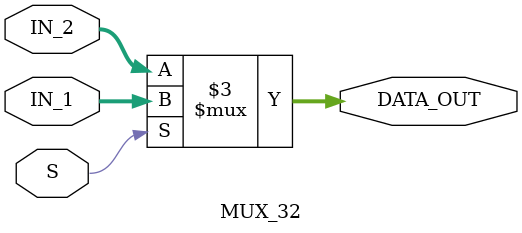
<source format=v>
`timescale 1ns/1ns

module MUX_32
(
	input [31:0]IN_1,
	input [31:0]IN_2,
	input S,
	output reg [31:0]DATA_OUT
);

always @*
begin
	if (S)
	begin
		DATA_OUT = IN_1;
	end
	else
	begin
		DATA_OUT = IN_2;
	end
end

endmodule : MUX_32
</source>
